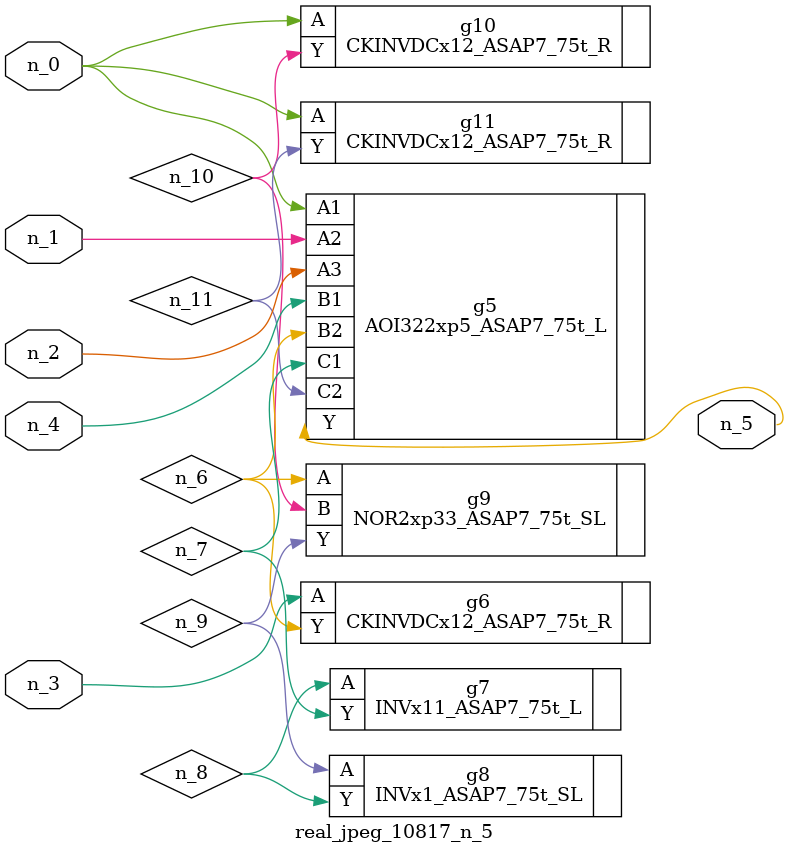
<source format=v>
module real_jpeg_10817_n_5 (n_4, n_0, n_1, n_2, n_3, n_5);

input n_4;
input n_0;
input n_1;
input n_2;
input n_3;

output n_5;

wire n_8;
wire n_11;
wire n_6;
wire n_7;
wire n_10;
wire n_9;

AOI322xp5_ASAP7_75t_L g5 ( 
.A1(n_0),
.A2(n_1),
.A3(n_2),
.B1(n_4),
.B2(n_6),
.C1(n_7),
.C2(n_11),
.Y(n_5)
);

CKINVDCx12_ASAP7_75t_R g10 ( 
.A(n_0),
.Y(n_10)
);

CKINVDCx12_ASAP7_75t_R g11 ( 
.A(n_0),
.Y(n_11)
);

CKINVDCx12_ASAP7_75t_R g6 ( 
.A(n_3),
.Y(n_6)
);

NOR2xp33_ASAP7_75t_SL g9 ( 
.A(n_6),
.B(n_10),
.Y(n_9)
);

INVx11_ASAP7_75t_L g7 ( 
.A(n_8),
.Y(n_7)
);

INVx1_ASAP7_75t_SL g8 ( 
.A(n_9),
.Y(n_8)
);


endmodule
</source>
